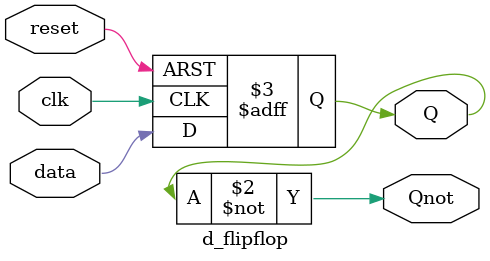
<source format=v>
module d_flipflop(
    input  data,
    input  clk,
    input  reset,
    output reg Q,
    output Qnot
);

    always @(posedge clk or posedge reset) begin
        if (reset)
            Q <= 1'b0;
        else
            Q <= data;
    end

    assign Qnot = ~Q;

endmodule

</source>
